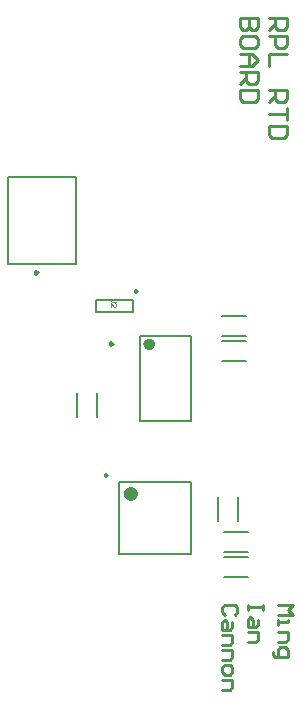
<source format=gto>
G04*
G04 #@! TF.GenerationSoftware,Altium Limited,Altium Designer,21.7.2 (23)*
G04*
G04 Layer_Color=65535*
%FSLAX25Y25*%
%MOIN*%
G70*
G04*
G04 #@! TF.SameCoordinates,CA949D71-B4BB-4DE7-8204-7DD0AF16861B*
G04*
G04*
G04 #@! TF.FilePolarity,Positive*
G04*
G01*
G75*
%ADD10C,0.00984*%
%ADD11C,0.02362*%
%ADD12C,0.01968*%
%ADD13C,0.00787*%
%ADD14C,0.01000*%
%ADD15C,0.00236*%
D10*
X152154Y141772D02*
X151415Y142198D01*
Y141346D01*
X152154Y141772D01*
X153938Y185516D02*
X153200Y185942D01*
Y185090D01*
X153938Y185516D01*
X161980Y203020D02*
X161242Y203446D01*
Y202593D01*
X161980Y203020D01*
X128925Y209276D02*
X128187Y209702D01*
Y208849D01*
X128925Y209276D01*
D11*
X161110Y135571D02*
X160666Y136494D01*
X159666Y136722D01*
X158865Y136083D01*
Y135058D01*
X159666Y134419D01*
X160666Y134648D01*
X161110Y135571D01*
D12*
X167156Y185221D02*
X166664Y186073D01*
X165679D01*
X165187Y185221D01*
X165679Y184368D01*
X166664D01*
X167156Y185221D01*
D13*
X142154Y161039D02*
Y168961D01*
X148846Y161039D02*
Y168961D01*
X190312Y188135D02*
X198234D01*
X190312Y194828D02*
X198234D01*
X190312Y186346D02*
X198234D01*
X190312Y179654D02*
X198234D01*
X155992Y115492D02*
Y139508D01*
X180008Y115492D02*
Y139508D01*
X155992D02*
X180008D01*
X155992Y115492D02*
X180008D01*
X163219Y159827D02*
Y188173D01*
Y159827D02*
X179932D01*
Y188173D01*
X163219D02*
X179932D01*
X160602Y196032D02*
Y199969D01*
X148398Y196032D02*
Y199969D01*
X160602D01*
X148398Y196032D02*
X160602D01*
X119181Y211933D02*
X141819D01*
Y241067D01*
X119181D02*
X141819D01*
X119181Y211933D02*
Y241067D01*
X191039Y116154D02*
X198961D01*
X191039Y122846D02*
X198961D01*
X191039Y107654D02*
X198961D01*
X191039Y114346D02*
X198961D01*
X195846Y126539D02*
Y134461D01*
X189154Y126539D02*
Y134461D01*
D14*
X206098Y294000D02*
X212096D01*
Y291001D01*
X211096Y290001D01*
X209097D01*
X208097Y291001D01*
Y294000D01*
Y292001D02*
X206098Y290001D01*
Y288002D02*
X212096D01*
Y285003D01*
X211096Y284003D01*
X209097D01*
X208097Y285003D01*
Y288002D01*
X212096Y282004D02*
X206098D01*
Y278005D01*
Y270008D02*
X212096D01*
Y267009D01*
X211096Y266009D01*
X209097D01*
X208097Y267009D01*
Y270008D01*
Y268008D02*
X206098Y266009D01*
X212096Y264010D02*
Y260011D01*
Y262010D01*
X206098D01*
X212096Y258012D02*
X206098D01*
Y255013D01*
X207097Y254013D01*
X211096D01*
X212096Y255013D01*
Y258012D01*
X202498Y294000D02*
X196500D01*
Y291001D01*
X197500Y290001D01*
X198499D01*
X199499Y291001D01*
Y294000D01*
Y291001D01*
X200499Y290001D01*
X201498D01*
X202498Y291001D01*
Y294000D01*
Y285003D02*
Y287002D01*
X201498Y288002D01*
X197500D01*
X196500Y287002D01*
Y285003D01*
X197500Y284003D01*
X201498D01*
X202498Y285003D01*
X196500Y282004D02*
X200499D01*
X202498Y280005D01*
X200499Y278005D01*
X196500D01*
X199499D01*
Y282004D01*
X196500Y276006D02*
X202498D01*
Y273007D01*
X201498Y272007D01*
X199499D01*
X198499Y273007D01*
Y276006D01*
Y274007D02*
X196500Y272007D01*
X202498Y270008D02*
X196500D01*
Y267009D01*
X197500Y266009D01*
X201498D01*
X202498Y267009D01*
Y270008D01*
X208962Y98500D02*
X213961D01*
X212295Y96834D01*
X213961Y95168D01*
X208962D01*
Y93502D02*
Y91835D01*
Y92669D01*
X212295D01*
Y93502D01*
X208962Y89336D02*
X212295D01*
Y86837D01*
X211461Y86004D01*
X208962D01*
X207296Y82672D02*
Y81839D01*
X208129Y81006D01*
X212295D01*
Y83505D01*
X211461Y84338D01*
X209795D01*
X208962Y83505D01*
Y81006D01*
X203896Y98500D02*
Y96834D01*
Y97667D01*
X198898D01*
Y98500D01*
Y96834D01*
X202230Y93502D02*
Y91835D01*
X201397Y91002D01*
X198898D01*
Y93502D01*
X199731Y94335D01*
X200564Y93502D01*
Y91002D01*
X198898Y89336D02*
X202230D01*
Y86837D01*
X201397Y86004D01*
X198898D01*
X194665Y95168D02*
X195498Y96001D01*
Y97667D01*
X194665Y98500D01*
X191333D01*
X190500Y97667D01*
Y96001D01*
X191333Y95168D01*
X193832Y92669D02*
Y91002D01*
X192999Y90169D01*
X190500D01*
Y92669D01*
X191333Y93502D01*
X192166Y92669D01*
Y90169D01*
X190500Y88503D02*
X193832D01*
Y86004D01*
X192999Y85171D01*
X190500D01*
Y83505D02*
X193832D01*
Y81006D01*
X192999Y80173D01*
X190500D01*
Y77673D02*
Y76007D01*
X191333Y75174D01*
X192999D01*
X193832Y76007D01*
Y77673D01*
X192999Y78506D01*
X191333D01*
X190500Y77673D01*
Y73508D02*
X193832D01*
Y71009D01*
X192999Y70176D01*
X190500D01*
D15*
X155074Y200500D02*
X153762D01*
X153500Y200238D01*
Y199713D01*
X153762Y199451D01*
X155074D01*
X153500Y197876D02*
Y198926D01*
X154550Y197876D01*
X154812D01*
X155074Y198139D01*
Y198663D01*
X154812Y198926D01*
M02*

</source>
